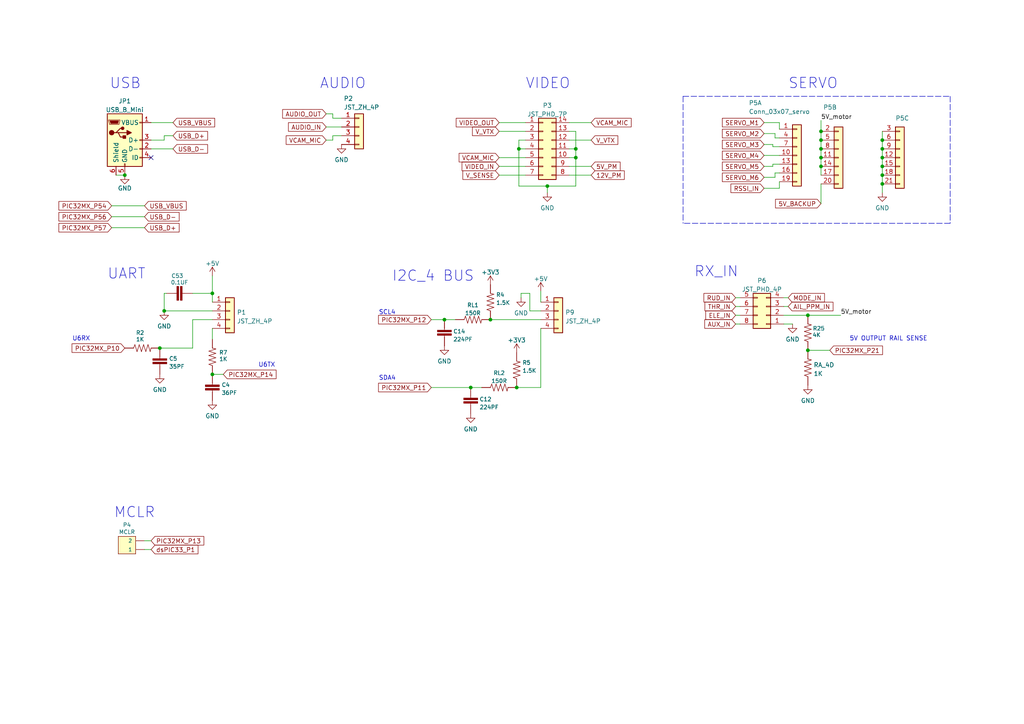
<source format=kicad_sch>
(kicad_sch (version 20230121) (generator eeschema)
  (paper "A4")
  (lib_symbols
    (symbol "Connector:USB_B_Mini" (pin_names (offset 1.016))
      (property "Reference" "J" (at -5.08 11.43 0))
      (property "Value" "USB_B_Mini" (at -5.08 8.89 0))
      (symbol "USB_B_Mini_0_1"
        (rectangle (start -5.08 -7.62) (end 5.08 7.62) (stroke (width 0.254)) (fill (type background)))
        (circle (center -3.81 2.159) (radius 0.635) (stroke (width 0.254)) (fill (type outline)))
        (circle (center -0.635 3.429) (radius 0.381) (stroke (width 0.254)) (fill (type outline)))
        (rectangle (start -0.127 -7.62) (end 0.127 -6.858))
        (polyline (pts (xy -1.905 2.159) (xy 0.635 2.159)) (stroke (width 0.254)))
        (polyline (pts (xy -3.175 2.159) (xy -2.54 2.159) (xy -1.27 3.429) (xy -0.635 3.429)) (stroke (width 0.254)))
        (polyline (pts (xy -2.54 2.159) (xy -1.905 2.159) (xy -1.27 0.889) (xy 0 0.889)) (stroke (width 0.254)))
        (polyline (pts (xy 0.635 2.794) (xy 0.635 1.524) (xy 1.905 2.159) (xy 0.635 2.794)) (stroke (width 0.254)) (fill (type outline)))
        (polyline (pts (xy -4.318 5.588) (xy -1.778 5.588) (xy -2.032 4.826) (xy -4.064 4.826) (xy -4.318 5.588)) (fill (type outline)))
        (polyline (pts (xy -4.699 5.842) (xy -4.699 5.588) (xy -4.445 4.826) (xy -4.445 4.572) (xy -1.651 4.572) (xy -1.651 4.826) (xy -1.397 5.588) (xy -1.397 5.842) (xy -4.699 5.842)))
        (rectangle (start 0.254 1.27) (end -0.508 0.508) (stroke (width 0.254)) (fill (type outline)))
        (rectangle (start 5.08 -5.207) (end 4.318 -4.953))
        (rectangle (start 5.08 -2.667) (end 4.318 -2.413))
        (rectangle (start 5.08 -0.127) (end 4.318 0.127))
        (rectangle (start 5.08 4.953) (end 4.318 5.207))
      )
      (symbol "USB_B_Mini_1_1"
        (pin power_out line (at 7.62 5.08 180) (length 2.54) (name "VBUS") (number "1"))
        (pin bidirectional line (at 7.62 -2.54 180) (length 2.54) (name "D-") (number "2"))
        (pin bidirectional line (at 7.62 0 180) (length 2.54) (name "D+") (number "3"))
        (pin passive line (at 7.62 -5.08 180) (length 2.54) (name "ID") (number "4"))
        (pin power_out line (at 0 -10.16 90) (length 2.54) (name "GND") (number "5"))
        (pin passive line (at -2.54 -10.16 90) (length 2.54) (name "Shield") (number "6"))
      )
    )
    (symbol "Connector_Generic:Conn_01x04" (pin_names (offset 1.016) hide)
      (property "Reference" "J" (at 0 5.08 0))
      (property "Value" "Conn_01x04" (at 0 -7.62 0))
      (symbol "Conn_01x04_1_1"
        (rectangle (start -1.27 -4.953) (end 0 -5.207) (stroke (width 0.1524)))
        (rectangle (start -1.27 -2.413) (end 0 -2.667) (stroke (width 0.1524)))
        (rectangle (start -1.27 0.127) (end 0 -0.127) (stroke (width 0.1524)))
        (rectangle (start -1.27 2.667) (end 0 2.413) (stroke (width 0.1524)))
        (rectangle (start -1.27 3.81) (end 1.27 -6.35) (stroke (width 0.254)) (fill (type background)))
        (pin passive line (at -5.08 2.54 0) (length 3.81) (name "Pin_1") (number "1"))
        (pin passive line (at -5.08 0 0) (length 3.81) (name "Pin_2") (number "2"))
        (pin passive line (at -5.08 -2.54 0) (length 3.81) (name "Pin_3") (number "3"))
        (pin passive line (at -5.08 -5.08 0) (length 3.81) (name "Pin_4") (number "4"))
      )
    )
    (symbol "Connector_Generic:Conn_02x04_Counter_Clockwise" (pin_names (offset 1.016) hide)
      (property "Reference" "J" (at 1.27 5.08 0))
      (property "Value" "Conn_02x04_Counter_Clockwise" (at 1.27 -7.62 0))
      (symbol "Conn_02x04_Counter_Clockwise_1_1"
        (rectangle (start -1.27 -4.953) (end 0 -5.207) (stroke (width 0.1524)))
        (rectangle (start -1.27 -2.413) (end 0 -2.667) (stroke (width 0.1524)))
        (rectangle (start -1.27 0.127) (end 0 -0.127) (stroke (width 0.1524)))
        (rectangle (start -1.27 2.667) (end 0 2.413) (stroke (width 0.1524)))
        (rectangle (start -1.27 3.81) (end 3.81 -6.35) (stroke (width 0.254)) (fill (type background)))
        (rectangle (start 3.81 -4.953) (end 2.54 -5.207) (stroke (width 0.1524)))
        (rectangle (start 3.81 -2.413) (end 2.54 -2.667) (stroke (width 0.1524)))
        (rectangle (start 3.81 0.127) (end 2.54 -0.127) (stroke (width 0.1524)))
        (rectangle (start 3.81 2.667) (end 2.54 2.413) (stroke (width 0.1524)))
        (pin passive line (at -5.08 2.54 0) (length 3.81) (name "Pin_1") (number "1"))
        (pin passive line (at -5.08 0 0) (length 3.81) (name "Pin_2") (number "2"))
        (pin passive line (at -5.08 -2.54 0) (length 3.81) (name "Pin_3") (number "3"))
        (pin passive line (at -5.08 -5.08 0) (length 3.81) (name "Pin_4") (number "4"))
        (pin passive line (at 7.62 -5.08 180) (length 3.81) (name "Pin_5") (number "5"))
        (pin passive line (at 7.62 -2.54 180) (length 3.81) (name "Pin_6") (number "6"))
        (pin passive line (at 7.62 0 180) (length 3.81) (name "Pin_7") (number "7"))
        (pin passive line (at 7.62 2.54 180) (length 3.81) (name "Pin_8") (number "8"))
      )
    )
    (symbol "Connector_Generic:Conn_02x07_Counter_Clockwise" (pin_names (offset 1.016) hide)
      (property "Reference" "J" (at 1.27 10.16 0))
      (property "Value" "Conn_02x07_Counter_Clockwise" (at 1.27 -10.16 0))
      (symbol "Conn_02x07_Counter_Clockwise_1_1"
        (rectangle (start -1.27 -7.493) (end 0 -7.747) (stroke (width 0.1524)))
        (rectangle (start -1.27 -4.953) (end 0 -5.207) (stroke (width 0.1524)))
        (rectangle (start -1.27 -2.413) (end 0 -2.667) (stroke (width 0.1524)))
        (rectangle (start -1.27 0.127) (end 0 -0.127) (stroke (width 0.1524)))
        (rectangle (start -1.27 2.667) (end 0 2.413) (stroke (width 0.1524)))
        (rectangle (start -1.27 5.207) (end 0 4.953) (stroke (width 0.1524)))
        (rectangle (start -1.27 7.747) (end 0 7.493) (stroke (width 0.1524)))
        (rectangle (start -1.27 8.89) (end 3.81 -8.89) (stroke (width 0.254)) (fill (type background)))
        (rectangle (start 3.81 -7.493) (end 2.54 -7.747) (stroke (width 0.1524)))
        (rectangle (start 3.81 -4.953) (end 2.54 -5.207) (stroke (width 0.1524)))
        (rectangle (start 3.81 -2.413) (end 2.54 -2.667) (stroke (width 0.1524)))
        (rectangle (start 3.81 0.127) (end 2.54 -0.127) (stroke (width 0.1524)))
        (rectangle (start 3.81 2.667) (end 2.54 2.413) (stroke (width 0.1524)))
        (rectangle (start 3.81 5.207) (end 2.54 4.953) (stroke (width 0.1524)))
        (rectangle (start 3.81 7.747) (end 2.54 7.493) (stroke (width 0.1524)))
        (pin passive line (at -5.08 7.62 0) (length 3.81) (name "Pin_1") (number "1"))
        (pin passive line (at 7.62 -2.54 180) (length 3.81) (name "Pin_10") (number "10"))
        (pin passive line (at 7.62 0 180) (length 3.81) (name "Pin_11") (number "11"))
        (pin passive line (at 7.62 2.54 180) (length 3.81) (name "Pin_12") (number "12"))
        (pin passive line (at 7.62 5.08 180) (length 3.81) (name "Pin_13") (number "13"))
        (pin passive line (at 7.62 7.62 180) (length 3.81) (name "Pin_14") (number "14"))
        (pin passive line (at -5.08 5.08 0) (length 3.81) (name "Pin_2") (number "2"))
        (pin passive line (at -5.08 2.54 0) (length 3.81) (name "Pin_3") (number "3"))
        (pin passive line (at -5.08 0 0) (length 3.81) (name "Pin_4") (number "4"))
        (pin passive line (at -5.08 -2.54 0) (length 3.81) (name "Pin_5") (number "5"))
        (pin passive line (at -5.08 -5.08 0) (length 3.81) (name "Pin_6") (number "6"))
        (pin passive line (at -5.08 -7.62 0) (length 3.81) (name "Pin_7") (number "7"))
        (pin passive line (at 7.62 -7.62 180) (length 3.81) (name "Pin_8") (number "8"))
        (pin passive line (at 7.62 -5.08 180) (length 3.81) (name "Pin_9") (number "9"))
      )
    )
    (symbol "Connector_Generic:Conn_03x07_servo" (pin_names (offset 1.016) hide)
      (property "Reference" "J" (at 0 10.16 0))
      (property "Value" "Conn_03x07_servo" (at 0 -10.16 0))
      (symbol "Conn_03x07_servo_1_1"
        (rectangle (start -1.27 -7.493) (end 0 -7.747) (stroke (width 0.1524)))
        (rectangle (start -1.27 -4.953) (end 0 -5.207) (stroke (width 0.1524)))
        (rectangle (start -1.27 -2.413) (end 0 -2.667) (stroke (width 0.1524)))
        (rectangle (start -1.27 0.127) (end 0 -0.127) (stroke (width 0.1524)))
        (rectangle (start -1.27 2.667) (end 0 2.413) (stroke (width 0.1524)))
        (rectangle (start -1.27 5.207) (end 0 4.953) (stroke (width 0.1524)))
        (rectangle (start -1.27 7.747) (end 0 7.493) (stroke (width 0.1524)))
        (rectangle (start -1.27 8.89) (end 1.27 -8.89) (stroke (width 0.254)) (fill (type background)))
        (pin passive line (at -5.08 7.62 0) (length 3.81) (name "Pin_1") (number "1"))
        (pin passive line (at -5.08 0 0) (length 3.81) (name "Pin_4") (number "10"))
        (pin passive line (at -5.08 -2.54 0) (length 3.81) (name "Pin_5") (number "13"))
        (pin passive line (at -5.08 -5.08 0) (length 3.81) (name "Pin_6") (number "16"))
        (pin passive line (at -5.08 -7.62 0) (length 3.81) (name "Pin_7") (number "19"))
        (pin passive line (at -5.08 5.08 0) (length 3.81) (name "Pin_2") (number "4"))
        (pin passive line (at -5.08 2.54 0) (length 3.81) (name "Pin_3") (number "7"))
      )
      (symbol "Conn_03x07_servo_2_1"
        (rectangle (start -1.27 -7.493) (end 0 -7.747) (stroke (width 0.1524)))
        (rectangle (start -1.27 -4.953) (end 0 -5.207) (stroke (width 0.1524)))
        (rectangle (start -1.27 -2.413) (end 0 -2.667) (stroke (width 0.1524)))
        (rectangle (start -1.27 0.127) (end 0 -0.127) (stroke (width 0.1524)))
        (rectangle (start -1.27 2.667) (end 0 2.413) (stroke (width 0.1524)))
        (rectangle (start -1.27 5.207) (end 0 4.953) (stroke (width 0.1524)))
        (rectangle (start -1.27 7.747) (end 0 7.493) (stroke (width 0.1524)))
        (rectangle (start -1.27 8.89) (end 1.27 -8.89) (stroke (width 0.254)) (fill (type background)))
        (pin passive line (at -5.08 0 0) (length 3.81) (name "Pin_4") (number "11"))
        (pin passive line (at -5.08 -2.54 0) (length 3.81) (name "Pin_5") (number "14"))
        (pin passive line (at -5.08 -5.08 0) (length 3.81) (name "Pin_6") (number "17"))
        (pin passive line (at -5.08 7.62 0) (length 3.81) (name "Pin_1") (number "2"))
        (pin passive line (at -5.08 -7.62 0) (length 3.81) (name "Pin_7") (number "20"))
        (pin passive line (at -5.08 5.08 0) (length 3.81) (name "Pin_2") (number "5"))
        (pin passive line (at -5.08 2.54 0) (length 3.81) (name "Pin_3") (number "8"))
      )
      (symbol "Conn_03x07_servo_3_1"
        (rectangle (start -1.27 -7.493) (end 0 -7.747) (stroke (width 0.1524)))
        (rectangle (start -1.27 -4.953) (end 0 -5.207) (stroke (width 0.1524)))
        (rectangle (start -1.27 -2.413) (end 0 -2.667) (stroke (width 0.1524)))
        (rectangle (start -1.27 0.127) (end 0 -0.127) (stroke (width 0.1524)))
        (rectangle (start -1.27 2.667) (end 0 2.413) (stroke (width 0.1524)))
        (rectangle (start -1.27 5.207) (end 0 4.953) (stroke (width 0.1524)))
        (rectangle (start -1.27 7.747) (end 0 7.493) (stroke (width 0.1524)))
        (rectangle (start -1.27 8.89) (end 1.27 -8.89) (stroke (width 0.254)) (fill (type background)))
        (pin passive line (at -5.08 0 0) (length 3.81) (name "Pin_4") (number "12"))
        (pin passive line (at -5.08 -2.54 0) (length 3.81) (name "Pin_5") (number "15"))
        (pin passive line (at -5.08 -5.08 0) (length 3.81) (name "Pin_6") (number "18"))
        (pin passive line (at -5.08 -7.62 0) (length 3.81) (name "Pin_7") (number "21"))
        (pin passive line (at -5.08 7.62 0) (length 3.81) (name "Pin_1") (number "3"))
        (pin passive line (at -5.08 5.08 0) (length 3.81) (name "Pin_2") (number "6"))
        (pin passive line (at -5.08 2.54 0) (length 3.81) (name "Pin_3") (number "9"))
      )
    )
    (symbol "SparkFun-Capacitors:0.1UF-0402-16V-10%" (pin_numbers hide) (pin_names (offset 1.016) hide)
      (property "Reference" "C" (at 1.524 2.921 0))
      (property "Value" "0.1UF-0402-16V-10%" (at 1.524 -2.159 0))
      (property "Field4" "CAP-12416" (at 0 7.62 0))
      (symbol "0.1UF-0402-16V-10%_1_0"
        (polyline (pts (xy 0 0) (xy 0 0.508)))
        (polyline (pts (xy 0 2.54) (xy 0 2.032)))
      )
      (symbol "0.1UF-0402-16V-10%_1_1"
        (rectangle (start -2.032 0.508) (end 2.032 1.016) (fill (type outline)))
        (rectangle (start -2.032 1.524) (end 2.032 2.032) (fill (type outline)))
        (pin passive line (at 0 5.08 270) (length 2.54) (name "1") (number "1"))
        (pin passive line (at 0 -2.54 90) (length 2.54) (name "2") (number "2"))
      )
    )
    (symbol "SparkFun-Connectors:CONN_02" (pin_numbers hide) (pin_names (offset 1.016))
      (property "Reference" "J" (at -5.08 5.08 0))
      (property "Value" "CONN_02" (at -5.08 -3.81 0))
      (property "Field4" "XXX-00000" (at 0 7.62 0))
      (symbol "CONN_02_1_0"
        (rectangle (start 0 -1.27) (end -5.08 3.81) (fill (type background)))
      )
      (symbol "CONN_02_1_1"
        (pin passive line (at 2.54 0 180) (length 2.54) (name "1") (number "1"))
        (pin passive line (at 2.54 2.54 180) (length 2.54) (name "2") (number "2"))
      )
    )
    (symbol "SparkFun-Resistors:RESISTOR0402" (pin_numbers hide) (pin_names (offset 1.016) hide)
      (property "Reference" "R" (at -5.08 1.27 0))
      (property "Value" "RESISTOR0402" (at -5.08 -3.81 0))
      (property "Field4" " " (at 0 5.08 0))
      (symbol "RESISTOR0402_1_0"
        (polyline (pts (xy -2.54 0) (xy -2.159 1.016)))
        (polyline (pts (xy -2.159 1.016) (xy -1.524 -1.016)))
        (polyline (pts (xy -1.524 -1.016) (xy -0.889 1.016)))
        (polyline (pts (xy -0.889 1.016) (xy -0.254 -1.016)))
        (polyline (pts (xy -0.254 -1.016) (xy 0.381 1.016)))
        (polyline (pts (xy 0.381 1.016) (xy 1.016 -1.016)))
        (polyline (pts (xy 1.016 -1.016) (xy 1.651 1.016)))
        (polyline (pts (xy 1.651 1.016) (xy 2.286 -1.016)))
        (polyline (pts (xy 2.286 -1.016) (xy 2.54 0)))
      )
      (symbol "RESISTOR0402_1_1"
        (pin passive line (at -5.08 0 0) (length 2.54) (name "1") (number "1"))
        (pin passive line (at 5.08 0 180) (length 2.54) (name "2") (number "2"))
      )
    )
    (symbol "SparkFun-Resistors:RESISTOR_ARRAY_0402_x_4_"
      (property "Reference" "RA_" (at 0 1.905 0))
      (property "Value" "RESISTOR_ARRAY_0402_x_4_" (at 0 -10.16 0))
      (symbol "RESISTOR_ARRAY_0402_x_4__1_0"
        (polyline (pts (xy -0.635 0) (xy -0.254 1.016)))
        (polyline (pts (xy -0.254 1.016) (xy 0.381 -1.016)))
        (polyline (pts (xy 0.381 -1.016) (xy 1.016 1.016)))
        (polyline (pts (xy 1.016 1.016) (xy 1.651 -1.016)))
        (polyline (pts (xy 1.651 -1.016) (xy 2.286 1.016)))
        (polyline (pts (xy 2.286 1.016) (xy 2.921 -1.016)))
        (polyline (pts (xy 2.921 -1.016) (xy 3.556 1.016)))
        (polyline (pts (xy 3.556 1.016) (xy 4.191 -1.016)))
        (polyline (pts (xy 4.191 -1.016) (xy 4.445 0)))
      )
      (symbol "RESISTOR_ARRAY_0402_x_4__1_1"
        (pin passive line (at -3.175 0 0) (length 2.54) (name "1") (number "1"))
        (pin passive line (at 6.985 0 180) (length 2.54) (name "2") (number "8"))
      )
      (symbol "RESISTOR_ARRAY_0402_x_4__2_0"
        (polyline (pts (xy -0.635 0) (xy -0.254 1.016)))
        (polyline (pts (xy -0.254 1.016) (xy 0.381 -1.016)))
        (polyline (pts (xy 0.381 -1.016) (xy 1.016 1.016)))
        (polyline (pts (xy 1.016 1.016) (xy 1.651 -1.016)))
        (polyline (pts (xy 1.651 -1.016) (xy 2.286 1.016)))
        (polyline (pts (xy 2.286 1.016) (xy 2.921 -1.016)))
        (polyline (pts (xy 2.921 -1.016) (xy 3.556 1.016)))
        (polyline (pts (xy 3.556 1.016) (xy 4.191 -1.016)))
        (polyline (pts (xy 4.191 -1.016) (xy 4.445 0)))
      )
      (symbol "RESISTOR_ARRAY_0402_x_4__2_1"
        (pin passive line (at -3.175 0 0) (length 2.54) (name "1") (number "2"))
        (pin passive line (at 6.985 0 180) (length 2.54) (name "2") (number "7"))
      )
      (symbol "RESISTOR_ARRAY_0402_x_4__3_0"
        (polyline (pts (xy -0.635 0) (xy -0.254 1.016)))
        (polyline (pts (xy -0.254 1.016) (xy 0.381 -1.016)))
        (polyline (pts (xy 0.381 -1.016) (xy 1.016 1.016)))
        (polyline (pts (xy 1.016 1.016) (xy 1.651 -1.016)))
        (polyline (pts (xy 1.651 -1.016) (xy 2.286 1.016)))
        (polyline (pts (xy 2.286 1.016) (xy 2.921 -1.016)))
        (polyline (pts (xy 2.921 -1.016) (xy 3.556 1.016)))
        (polyline (pts (xy 3.556 1.016) (xy 4.191 -1.016)))
        (polyline (pts (xy 4.191 -1.016) (xy 4.445 0)))
      )
      (symbol "RESISTOR_ARRAY_0402_x_4__3_1"
        (pin passive line (at -3.175 0 0) (length 2.54) (name "1") (number "3"))
        (pin passive line (at 6.985 0 180) (length 2.54) (name "2") (number "6"))
      )
      (symbol "RESISTOR_ARRAY_0402_x_4__4_0"
        (polyline (pts (xy -0.635 0) (xy -0.254 1.016)))
        (polyline (pts (xy -0.254 1.016) (xy 0.381 -1.016)))
        (polyline (pts (xy 0.381 -1.016) (xy 1.016 1.016)))
        (polyline (pts (xy 1.016 1.016) (xy 1.651 -1.016)))
        (polyline (pts (xy 1.651 -1.016) (xy 2.286 1.016)))
        (polyline (pts (xy 2.286 1.016) (xy 2.921 -1.016)))
        (polyline (pts (xy 2.921 -1.016) (xy 3.556 1.016)))
        (polyline (pts (xy 3.556 1.016) (xy 4.191 -1.016)))
        (polyline (pts (xy 4.191 -1.016) (xy 4.445 0)))
      )
      (symbol "RESISTOR_ARRAY_0402_x_4__4_1"
        (pin passive line (at -3.175 0 0) (length 2.54) (name "1") (number "4"))
        (pin passive line (at 6.985 0 180) (length 2.54) (name "2") (number "5"))
      )
    )
    (symbol "power:+3V3" (power) (pin_names (offset 0))
      (property "Value" "+3V3" (at 0 3.556 0))
      (symbol "+3V3_0_1"
        (polyline (pts (xy -0.762 1.27) (xy 0 2.54)))
        (polyline (pts (xy 0 0) (xy 0 2.54)))
        (polyline (pts (xy 0 2.54) (xy 0.762 1.27)))
      )
      (symbol "+3V3_1_1"
        (pin power_in line (at 0 0 90) (length 0) hide (name "+3V3") (number "1"))
      )
    )
    (symbol "power:+5V" (power) (pin_names (offset 0))
      (property "Value" "+5V" (at 0 3.556 0))
      (symbol "+5V_0_1"
        (polyline (pts (xy -0.762 1.27) (xy 0 2.54)))
        (polyline (pts (xy 0 0) (xy 0 2.54)))
        (polyline (pts (xy 0 2.54) (xy 0.762 1.27)))
      )
      (symbol "+5V_1_1"
        (pin power_in line (at 0 0 90) (length 0) hide (name "+5V") (number "1"))
      )
    )
    (symbol "power:GND" (power) (pin_names (offset 0))
      (property "Value" "GND" (at 0 -3.81 0))
      (symbol "GND_0_1"
        (polyline (pts (xy 0 0) (xy 0 -1.27) (xy 1.27 -1.27) (xy 0 -2.54) (xy -1.27 -1.27) (xy 0 -1.27)))
      )
      (symbol "GND_1_1"
        (pin power_in line (at 0 0 270) (length 0) hide (name "GND") (number "1"))
      )
    )
  )
  (junction (at 167.005 43.18))
  (junction (at 167.005 45.72))
  (junction (at 47.625 90.17))
  (junction (at 238.125 38.1))
  (junction (at 128.905 92.71))
  (junction (at 61.595 85.09))
  (junction (at 46.355 100.965))
  (junction (at 238.125 45.72))
  (junction (at 136.525 112.395))
  (junction (at 238.125 40.64))
  (junction (at 255.905 43.18))
  (junction (at 142.24 92.71))
  (junction (at 234.315 101.6))
  (junction (at 238.125 48.26))
  (junction (at 158.75 53.975))
  (junction (at 255.905 50.8))
  (junction (at 255.905 45.72))
  (junction (at 255.905 53.34))
  (junction (at 61.595 108.585))
  (junction (at 150.495 43.18))
  (junction (at 255.905 40.64))
  (junction (at 255.905 48.26))
  (junction (at 234.315 91.44))
  (junction (at 36.195 50.8))
  (junction (at 149.86 112.395))
  (junction (at 238.125 43.18))
  (no_connect (at 43.815 45.72))
  (wire (pts (xy 234.315 101.6) (xy 240.665 101.6)))
  (wire (pts (xy 94.615 33.02) (xy 96.52 33.02)))
  (wire (pts (xy 255.905 43.18) (xy 255.905 45.72)))
  (wire (pts (xy 167.005 45.72) (xy 167.005 53.975)))
  (wire (pts (xy 151.13 85.09) (xy 153.67 85.09)))
  (wire (pts (xy 238.125 45.72) (xy 238.125 48.26)))
  (wire (pts (xy 224.79 51.435) (xy 224.79 50.165)))
  (wire (pts (xy 226.06 54.61) (xy 226.06 52.705)))
  (wire (pts (xy 144.78 38.1) (xy 152.4 38.1)))
  (wire (pts (xy 167.005 38.1) (xy 167.005 43.18)))
  (wire (pts (xy 255.905 38.1) (xy 255.905 40.64)))
  (wire (pts (xy 158.75 53.975) (xy 158.75 55.88)))
  (wire (pts (xy 221.615 54.61) (xy 226.06 54.61)))
  (wire (pts (xy 165.1 35.56) (xy 171.45 35.56)))
  (wire (pts (xy 96.52 39.37) (xy 96.52 40.64)))
  (wire (pts (xy 224.155 47.625) (xy 226.06 47.625)))
  (wire (pts (xy 55.88 100.965) (xy 55.88 92.71)))
  (wire (pts (xy 165.1 40.64) (xy 171.45 40.64)))
  (wire (pts (xy 255.905 40.64) (xy 255.905 43.18)))
  (wire (pts (xy 144.78 48.26) (xy 152.4 48.26)))
  (wire (pts (xy 41.91 159.385) (xy 43.815 159.385)))
  (wire (pts (xy 32.385 62.865) (xy 41.91 62.865)))
  (wire (pts (xy 153.67 90.17) (xy 156.845 90.17)))
  (wire (pts (xy 156.845 84.455) (xy 156.845 87.63)))
  (polyline (pts (xy 198.12 27.94) (xy 198.12 64.77)) (stroke (width 0) (type dash)))
  (wire (pts (xy 238.125 43.18) (xy 238.125 45.72)))
  (wire (pts (xy 150.495 40.64) (xy 150.495 43.18)))
  (wire (pts (xy 33.655 50.8) (xy 36.195 50.8)))
  (wire (pts (xy 224.79 40.005) (xy 226.06 40.005)))
  (wire (pts (xy 128.905 92.71) (xy 132.08 92.71)))
  (wire (pts (xy 221.615 41.91) (xy 224.155 41.91)))
  (wire (pts (xy 167.005 43.18) (xy 165.1 43.18)))
  (wire (pts (xy 213.36 93.98) (xy 214.63 93.98)))
  (wire (pts (xy 255.905 45.72) (xy 255.905 48.26)))
  (wire (pts (xy 96.52 34.29) (xy 99.06 34.29)))
  (wire (pts (xy 238.125 38.1) (xy 238.125 40.64)))
  (wire (pts (xy 47.625 39.37) (xy 50.165 39.37)))
  (wire (pts (xy 142.24 92.71) (xy 156.845 92.71)))
  (wire (pts (xy 61.595 80.01) (xy 61.595 85.09)))
  (wire (pts (xy 227.33 91.44) (xy 234.315 91.44)))
  (wire (pts (xy 64.77 108.585) (xy 61.595 108.585)))
  (wire (pts (xy 153.67 85.09) (xy 153.67 90.17)))
  (wire (pts (xy 149.86 112.395) (xy 156.845 112.395)))
  (wire (pts (xy 213.36 88.9) (xy 214.63 88.9)))
  (wire (pts (xy 167.005 45.72) (xy 167.005 43.18)))
  (wire (pts (xy 234.315 91.44) (xy 243.84 91.44)))
  (wire (pts (xy 43.815 43.18) (xy 50.165 43.18)))
  (wire (pts (xy 221.615 35.56) (xy 226.06 35.56)))
  (wire (pts (xy 43.815 40.64) (xy 47.625 40.64)))
  (wire (pts (xy 144.78 50.8) (xy 152.4 50.8)))
  (wire (pts (xy 144.78 45.72) (xy 152.4 45.72)))
  (wire (pts (xy 151.13 86.36) (xy 151.13 85.09)))
  (wire (pts (xy 255.905 48.26) (xy 255.905 50.8)))
  (wire (pts (xy 47.625 90.17) (xy 61.595 90.17)))
  (wire (pts (xy 41.91 156.845) (xy 43.815 156.845)))
  (wire (pts (xy 150.495 43.18) (xy 152.4 43.18)))
  (wire (pts (xy 255.905 53.34) (xy 255.905 55.88)))
  (wire (pts (xy 224.155 42.545) (xy 226.06 42.545)))
  (wire (pts (xy 224.155 41.91) (xy 224.155 42.545)))
  (wire (pts (xy 61.595 85.09) (xy 61.595 87.63)))
  (wire (pts (xy 165.1 48.26) (xy 171.45 48.26)))
  (polyline (pts (xy 275.59 64.77) (xy 198.12 64.77)) (stroke (width 0) (type dash)))
  (wire (pts (xy 165.1 45.72) (xy 167.005 45.72)))
  (wire (pts (xy 255.905 50.8) (xy 255.905 53.34)))
  (wire (pts (xy 213.36 86.36) (xy 214.63 86.36)))
  (wire (pts (xy 221.615 45.085) (xy 226.06 45.085)))
  (wire (pts (xy 125.095 92.71) (xy 128.905 92.71)))
  (wire (pts (xy 94.615 36.83) (xy 99.06 36.83)))
  (wire (pts (xy 47.625 85.09) (xy 47.625 90.17)))
  (wire (pts (xy 96.52 33.02) (xy 96.52 34.29)))
  (wire (pts (xy 238.125 53.34) (xy 238.125 59.055)))
  (wire (pts (xy 136.525 112.395) (xy 139.7 112.395)))
  (polyline (pts (xy 275.59 27.94) (xy 275.59 64.77)) (stroke (width 0) (type dash)))
  (wire (pts (xy 227.33 88.9) (xy 228.6 88.9)))
  (wire (pts (xy 47.625 40.64) (xy 47.625 39.37)))
  (wire (pts (xy 158.75 53.975) (xy 150.495 53.975)))
  (wire (pts (xy 32.385 66.04) (xy 41.91 66.04)))
  (wire (pts (xy 238.125 48.26) (xy 238.125 50.8)))
  (wire (pts (xy 226.06 35.56) (xy 226.06 37.465)))
  (wire (pts (xy 238.125 40.64) (xy 238.125 43.18)))
  (polyline (pts (xy 198.12 27.94) (xy 275.59 27.94)) (stroke (width 0) (type dash)))
  (wire (pts (xy 61.595 95.25) (xy 61.595 98.425)))
  (wire (pts (xy 96.52 40.64) (xy 94.615 40.64)))
  (wire (pts (xy 43.815 35.56) (xy 50.165 35.56)))
  (wire (pts (xy 47.625 85.09) (xy 48.26 85.09)))
  (wire (pts (xy 165.1 50.8) (xy 171.45 50.8)))
  (wire (pts (xy 221.615 48.26) (xy 224.155 48.26)))
  (wire (pts (xy 156.845 112.395) (xy 156.845 95.25)))
  (wire (pts (xy 213.36 91.44) (xy 214.63 91.44)))
  (wire (pts (xy 224.155 48.26) (xy 224.155 47.625)))
  (wire (pts (xy 150.495 43.18) (xy 150.495 53.975)))
  (wire (pts (xy 55.88 85.09) (xy 61.595 85.09)))
  (wire (pts (xy 224.79 50.165) (xy 226.06 50.165)))
  (wire (pts (xy 55.88 92.71) (xy 61.595 92.71)))
  (wire (pts (xy 46.355 100.965) (xy 55.88 100.965)))
  (wire (pts (xy 158.75 53.975) (xy 167.005 53.975)))
  (wire (pts (xy 150.495 40.64) (xy 152.4 40.64)))
  (wire (pts (xy 221.615 51.435) (xy 224.79 51.435)))
  (wire (pts (xy 224.79 38.735) (xy 224.79 40.005)))
  (wire (pts (xy 125.095 112.395) (xy 136.525 112.395)))
  (wire (pts (xy 165.1 38.1) (xy 167.005 38.1)))
  (wire (pts (xy 99.06 39.37) (xy 96.52 39.37)))
  (wire (pts (xy 32.385 59.69) (xy 41.91 59.69)))
  (wire (pts (xy 227.33 93.98) (xy 229.87 93.98)))
  (wire (pts (xy 144.78 35.56) (xy 152.4 35.56)))
  (wire (pts (xy 221.615 38.735) (xy 224.79 38.735)))
  (wire (pts (xy 238.125 34.925) (xy 238.125 38.1)))
  (wire (pts (xy 227.33 86.36) (xy 228.6 86.36)))
  (text "SCL4" (at 109.855 91.44 0) (effects (font (size 1.27 1.27)) (justify left bottom)))
  (text "SERVO" (at 228.6 26.035 0) (effects (font (size 3 3)) (justify left bottom)))
  (text "USB" (at 31.75 26.035 0) (effects (font (size 3 3)) (justify left bottom)))
  (text "5V OUTPUT RAIL SENSE" (at 246.38 99.06 0) (effects (font (size 1.27 1.27)) (justify left bottom)))
  (text "MCLR" (at 33.02 150.495 0) (effects (font (size 3 3)) (justify left bottom)))
  (text "RX_IN" (at 201.295 80.645 0) (effects (font (size 3 3)) (justify left bottom)))
  (text "AUDIO" (at 92.71 26.035 0) (effects (font (size 3 3)) (justify left bottom)))
  (text "UART" (at 31.115 81.28 0) (effects (font (size 3 3)) (justify left bottom)))
  (text "SDA4" (at 109.855 110.49 0) (effects (font (size 1.27 1.27)) (justify left bottom)))
  (text "I2C_4 BUS" (at 113.665 81.915 0) (effects (font (size 3 3)) (justify left bottom)))
  (text "VIDEO" (at 152.4 26.035 0) (effects (font (size 3 3)) (justify left bottom)))
  (text "U6RX" (at 20.955 99.06 0) (effects (font (size 1.27 1.27)) (justify left bottom)))
  (text "U6TX" (at 74.93 106.68 0) (effects (font (size 1.27 1.27)) (justify left bottom)))
  (label "5V_motor" (at 238.125 34.925 0))
  (label "5V_motor" (at 243.84 91.44 0))
  (global_label "MODE_IN" (shape input) (at 228.6 86.36 0) (property "Intersheetrefs" "${INTERSHEET_REFS}" (effects hide)))
  (global_label "PIC32MX_P56" (shape input) (at 32.385 62.865 180) (property "Intersheetrefs" "${INTERSHEET_REFS}" (effects hide)))
  (global_label "USB_D-" (shape input) (at 50.165 43.18 0) (property "Intersheetrefs" "${INTERSHEET_REFS}" (effects hide)))
  (global_label "PIC32MX_P11" (shape input) (at 125.095 112.395 180) (property "Intersheetrefs" "${INTERSHEET_REFS}" (effects hide)))
  (global_label "PIC32MX_P14" (shape input) (at 64.77 108.585 0) (property "Intersheetrefs" "${INTERSHEET_REFS}" (effects hide)))
  (global_label "AUX_IN" (shape input) (at 213.36 93.98 180) (property "Intersheetrefs" "${INTERSHEET_REFS}" (effects hide)))
  (global_label "SERVO_M5" (shape input) (at 221.615 48.26 180) (property "Intersheetrefs" "${INTERSHEET_REFS}" (effects hide)))
  (global_label "12V_PM" (shape input) (at 171.45 50.8 0) (property "Intersheetrefs" "${INTERSHEET_REFS}" (effects hide)))
  (global_label "RSSI_IN" (shape input) (at 221.615 54.61 180) (property "Intersheetrefs" "${INTERSHEET_REFS}" (effects hide)))
  (global_label "AUDIO_IN" (shape input) (at 94.615 36.83 180) (property "Intersheetrefs" "${INTERSHEET_REFS}" (effects hide)))
  (global_label "dsPIC33_P1" (shape input) (at 43.815 159.385 0) (property "Intersheetrefs" "${INTERSHEET_REFS}" (effects hide)))
  (global_label "SERVO_M4" (shape input) (at 221.615 45.085 180) (property "Intersheetrefs" "${INTERSHEET_REFS}" (effects hide)))
  (global_label "PIC32MX_P54" (shape input) (at 32.385 59.69 180) (property "Intersheetrefs" "${INTERSHEET_REFS}" (effects hide)))
  (global_label "USB_D+" (shape input) (at 41.91 66.04 0) (property "Intersheetrefs" "${INTERSHEET_REFS}" (effects hide)))
  (global_label "USB_VBUS" (shape input) (at 50.165 35.56 0) (property "Intersheetrefs" "${INTERSHEET_REFS}" (effects hide)))
  (global_label "VCAM_MIC" (shape input) (at 171.45 35.56 0) (property "Intersheetrefs" "${INTERSHEET_REFS}" (effects hide)))
  (global_label "USB_D-" (shape input) (at 41.91 62.865 0) (property "Intersheetrefs" "${INTERSHEET_REFS}" (effects hide)))
  (global_label "V_SENSE" (shape input) (at 144.78 50.8 180) (property "Intersheetrefs" "${INTERSHEET_REFS}" (effects hide)))
  (global_label "USB_VBUS" (shape input) (at 41.91 59.69 0) (property "Intersheetrefs" "${INTERSHEET_REFS}" (effects hide)))
  (global_label "PIC32MX_P10" (shape input) (at 36.195 100.965 180) (property "Intersheetrefs" "${INTERSHEET_REFS}" (effects hide)))
  (global_label "5V_PM" (shape input) (at 171.45 48.26 0) (property "Intersheetrefs" "${INTERSHEET_REFS}" (effects hide)))
  (global_label "PIC32MX_P13" (shape input) (at 43.815 156.845 0) (property "Intersheetrefs" "${INTERSHEET_REFS}" (effects hide)))
  (global_label "VCAM_MIC" (shape input) (at 94.615 40.64 180) (property "Intersheetrefs" "${INTERSHEET_REFS}" (effects hide)))
  (global_label "5V_BACKUP" (shape input) (at 238.125 59.055 180) (property "Intersheetrefs" "${INTERSHEET_REFS}" (effects hide)))
  (global_label "SERVO_M3" (shape input) (at 221.615 41.91 180) (property "Intersheetrefs" "${INTERSHEET_REFS}" (effects hide)))
  (global_label "PIC32MX_P57" (shape input) (at 32.385 66.04 180) (property "Intersheetrefs" "${INTERSHEET_REFS}" (effects hide)))
  (global_label "AUDIO_OUT" (shape input) (at 94.615 33.02 180) (property "Intersheetrefs" "${INTERSHEET_REFS}" (effects hide)))
  (global_label "AIL_PPM_IN" (shape input) (at 228.6 88.9 0) (property "Intersheetrefs" "${INTERSHEET_REFS}" (effects hide)))
  (global_label "VCAM_MIC" (shape input) (at 144.78 45.72 180) (property "Intersheetrefs" "${INTERSHEET_REFS}" (effects hide)))
  (global_label "THR_IN" (shape input) (at 213.36 88.9 180) (property "Intersheetrefs" "${INTERSHEET_REFS}" (effects hide)))
  (global_label "SERVO_M2" (shape input) (at 221.615 38.735 180) (property "Intersheetrefs" "${INTERSHEET_REFS}" (effects hide)))
  (global_label "V_VTX" (shape input) (at 144.78 38.1 180) (property "Intersheetrefs" "${INTERSHEET_REFS}" (effects hide)))
  (global_label "ELE_IN" (shape input) (at 213.36 91.44 180) (property "Intersheetrefs" "${INTERSHEET_REFS}" (effects hide)))
  (global_label "PIC32MX_P12" (shape input) (at 125.095 92.71 180) (property "Intersheetrefs" "${INTERSHEET_REFS}" (effects hide)))
  (global_label "V_VTX" (shape input) (at 171.45 40.64 0) (property "Intersheetrefs" "${INTERSHEET_REFS}" (effects hide)))
  (global_label "VIDEO_OUT" (shape input) (at 144.78 35.56 180) (property "Intersheetrefs" "${INTERSHEET_REFS}" (effects hide)))
  (global_label "USB_D+" (shape input) (at 50.165 39.37 0) (property "Intersheetrefs" "${INTERSHEET_REFS}" (effects hide)))
  (global_label "SERVO_M6" (shape input) (at 221.615 51.435 180) (property "Intersheetrefs" "${INTERSHEET_REFS}" (effects hide)))
  (global_label "RUD_IN" (shape input) (at 213.36 86.36 180) (property "Intersheetrefs" "${INTERSHEET_REFS}" (effects hide)))
  (global_label "SERVO_M1" (shape input) (at 221.615 35.56 180) (property "Intersheetrefs" "${INTERSHEET_REFS}" (effects hide)))
  (global_label "PIC32MX_P21" (shape input) (at 240.665 101.6 0) (property "Intersheetrefs" "${INTERSHEET_REFS}" (effects hide)))
  (global_label "VIDEO_IN" (shape input) (at 144.78 48.26 180) (property "Intersheetrefs" "${INTERSHEET_REFS}" (effects hide)))
  (symbol (lib_id "Connector:USB_B_Mini") (at 36.195 40.64 0) (unit 1)
    (property "Reference" "JP1" (at 36.195 29.3202 0))
    (property "Value" "USB_B_Mini" (at 36.195 31.8571 0))
    (property "Footprint" "Connector_USB:USB_Mini-B_Lumberg_2486_01_Horizontal" (effects hide))
  )
  (symbol (lib_id "power:+5V") (at 61.595 80.01 0) (unit 1)
    (property "Reference" "#PWR0165" (effects hide))
    (property "Value" "+5V" (at 61.595 76.4342 0))
  )
  (symbol (lib_id "Connector_Generic:Conn_01x04") (at 161.925 90.17 0) (unit 1)
    (property "Reference" "P9" (at 163.957 90.6053 0) (effects (justify left)))
    (property "Value" "JST_ZH_4P" (at 163.957 93.1422 0) (effects (justify left)))
    (property "Footprint" "Connector_JST:JST_ZH_S4B-ZH-A_1x04_P1.50mm_Horizontal" (effects hide))
  )
  (symbol (lib_id "power:GND") (at 99.06 41.91 0) (unit 1)
    (property "Reference" "#PWR0157" (effects hide))
    (property "Value" "GND" (at 99.06 46.3534 0))
  )
  (symbol (lib_id "SparkFun-Resistors:RESISTOR0402") (at 137.16 92.71 0) (unit 1)
    (property "Reference" "RL1" (at 137.16 88.4964 0) (effects (font (size 1.143 1.143))))
    (property "Value" "150R" (at 137.16 90.805 0) (effects (font (size 1.143 1.143))))
    (property "Footprint" "Resistor_SMD:R_0402_1005Metric" (effects hide))
  )
  (symbol (lib_id "SparkFun-Resistors:RESISTOR0402") (at 234.315 96.52 90) (unit 1)
    (property "Reference" "R25" (at 237.49 95.25 90) (effects (font (size 1.143 1.143))))
    (property "Value" "4K" (at 236.855 97.155 90) (effects (font (size 1.143 1.143))))
    (property "Footprint" "Resistor_SMD:R_0402_1005Metric" (effects hide))
    (property "Field4" " " (at 232.2083 96.52 0) (effects (font (size 1.524 1.524))))
  )
  (symbol (lib_id "Connector_Generic:Conn_03x07_servo") (at 231.14 45.085 0) (unit 1)
    (property "Reference" "P5" (at 217.17 29.845 0) (effects (justify left)))
    (property "Value" "Conn_03x07_servo" (at 217.17 32.3819 0) (effects (justify left)))
    (property "Footprint" "Connector_PinHeader_2.54mm:PinHeader_3x07_P2.54mm_Horizontal" (effects hide))
  )
  (symbol (lib_id "power:GND") (at 234.315 111.76 0) (unit 1)
    (property "Reference" "#PWR0161" (effects hide))
    (property "Value" "GND" (at 234.315 116.2034 0))
  )
  (symbol (lib_id "Connector_Generic:Conn_01x04") (at 104.14 36.83 0) (unit 1)
    (property "Reference" "P2" (at 99.695 28.5781 0) (effects (justify left)))
    (property "Value" "JST_ZH_4P" (at 99.695 31.115 0) (effects (justify left)))
    (property "Footprint" "Connector_JST:JST_ZH_S4B-ZH-A_1x04_P1.50mm_Horizontal" (effects hide))
  )
  (symbol (lib_id "SparkFun-Resistors:RESISTOR0402") (at 41.275 100.965 0) (unit 1)
    (property "Reference" "R2" (at 40.64 96.52 0) (effects (font (size 1.143 1.143))))
    (property "Value" "1K" (at 40.64 98.425 0) (effects (font (size 1.143 1.143))))
    (property "Footprint" "Resistor_SMD:R_0402_1005Metric" (effects hide))
  )
  (symbol (lib_id "Connector_Generic:Conn_03x07_servo") (at 243.205 45.72 0) (unit 2)
    (property "Reference" "P5" (at 238.76 31.115 0) (effects (justify left)))
    (property "Value" "Conn_03x07_servo" (effects hide))
    (property "Footprint" "Connector_PinHeader_2.54mm:PinHeader_3x07_P2.54mm_Horizontal" (effects hide))
  )
  (symbol (lib_id "SparkFun-Resistors:RESISTOR0402") (at 142.24 87.63 90) (unit 1)
    (property "Reference" "R4" (at 143.891 85.4995 90) (effects (font (size 1.143 1.143)) (justify right)))
    (property "Value" "1.5K" (at 143.891 87.8081 90) (effects (font (size 1.143 1.143)) (justify right)))
    (property "Footprint" "Resistor_SMD:R_0402_1005Metric" (effects hide))
    (property "Field4" " " (at 143.891 90.4591 90) (effects (font (size 1.524 1.524)) (justify right)))
  )
  (symbol (lib_id "SparkFun-Resistors:RESISTOR0402") (at 61.595 103.505 90) (unit 1)
    (property "Reference" "R7" (at 64.77 102.235 90) (effects (font (size 1.143 1.143))))
    (property "Value" "1K" (at 64.77 104.14 90) (effects (font (size 1.143 1.143))))
    (property "Footprint" "Resistor_SMD:R_0402_1005Metric" (effects hide))
    (property "Field4" " " (at 64.135 104.3417 90) (effects (font (size 1.524 1.524))))
  )
  (symbol (lib_id "power:GND") (at 151.13 86.36 0) (unit 1)
    (property "Reference" "#PWR0167" (effects hide))
    (property "Value" "GND" (at 151.13 90.8034 0))
  )
  (symbol (lib_id "power:+5V") (at 156.845 84.455 0) (unit 1)
    (property "Reference" "#PWR0160" (effects hide))
    (property "Value" "+5V" (at 156.845 80.8792 0))
  )
  (symbol (lib_id "power:GND") (at 229.87 93.98 0) (unit 1)
    (property "Reference" "#PWR0162" (effects hide))
    (property "Value" "GND" (at 229.87 98.4234 0))
  )
  (symbol (lib_id "power:GND") (at 36.195 50.8 0) (unit 1)
    (property "Reference" "#PWR0156" (effects hide))
    (property "Value" "GND" (at 36.195 54.61 0))
  )
  (symbol (lib_id "power:+3V3") (at 142.24 82.55 0) (unit 1)
    (property "Reference" "#PWR0169" (effects hide))
    (property "Value" "+3V3" (at 142.24 78.9742 0))
  )
  (symbol (lib_id "power:GND") (at 158.75 55.88 0) (unit 1)
    (property "Reference" "#PWR0159" (effects hide))
    (property "Value" "GND" (at 158.75 60.3234 0))
  )
  (symbol (lib_id "Connector_Generic:Conn_02x07_Counter_Clockwise") (at 157.48 43.18 0) (unit 1)
    (property "Reference" "P3" (at 158.75 30.5902 0))
    (property "Value" "JST_PHD_7P" (at 158.75 33.1271 0))
    (property "Footprint" "Connector_JST:JST_PHD_S14B-PHDSS_2x07_P2.00mm_Horizontal" (effects hide))
  )
  (symbol (lib_id "SparkFun-Capacitors:0.1UF-0402-16V-10%") (at 128.905 97.79 0) (unit 1)
    (property "Reference" "C14" (at 131.445 96.1164 0) (effects (font (size 1.143 1.143)) (justify left)))
    (property "Value" "224PF" (at 131.445 98.425 0) (effects (font (size 1.143 1.143)) (justify left)))
    (property "Footprint" "Capacitor_SMD:C_0402_1005Metric" (effects hide))
  )
  (symbol (lib_id "SparkFun-Capacitors:0.1UF-0402-16V-10%") (at 50.8 85.09 270) (unit 1)
    (property "Reference" "C53" (at 51.435 80.01 90) (effects (font (size 1.143 1.143))))
    (property "Value" "0.1UF" (at 52.07 81.915 90) (effects (font (size 1.143 1.143))))
    (property "Footprint" "Capacitor_SMD:C_0402_1005Metric" (effects hide))
  )
  (symbol (lib_id "SparkFun-Capacitors:0.1UF-0402-16V-10%") (at 61.595 113.665 0) (unit 1)
    (property "Reference" "C4" (at 64.262 111.6311 0) (effects (font (size 1.143 1.143)) (justify left)))
    (property "Value" "36PF" (at 64.262 113.9397 0) (effects (font (size 1.143 1.143)) (justify left)))
    (property "Footprint" "Capacitor_SMD:C_0402_1005Metric" (effects hide))
  )
  (symbol (lib_id "Connector_Generic:Conn_03x07_servo") (at 260.985 45.72 0) (unit 3)
    (property "Reference" "P5" (at 259.715 34.29 0) (effects (justify left)))
    (property "Value" "Conn_03x07_servo" (effects hide))
    (property "Footprint" "Connector_PinHeader_2.54mm:PinHeader_3x07_P2.54mm_Horizontal" (effects hide))
  )
  (symbol (lib_id "SparkFun-Capacitors:0.1UF-0402-16V-10%") (at 136.525 117.475 0) (unit 1)
    (property "Reference" "C12" (at 139.065 115.8014 0) (effects (font (size 1.143 1.143)) (justify left)))
    (property "Value" "224PF" (at 139.065 118.11 0) (effects (font (size 1.143 1.143)) (justify left)))
    (property "Footprint" "Capacitor_SMD:C_0402_1005Metric" (effects hide))
  )
  (symbol (lib_id "power:GND") (at 128.905 100.33 0) (unit 1)
    (property "Reference" "#PWR0171" (effects hide))
    (property "Value" "GND" (at 128.905 104.7734 0))
  )
  (symbol (lib_id "SparkFun-Resistors:RESISTOR_ARRAY_0402_x_4_") (at 234.315 108.585 90) (unit 4)
    (property "Reference" "RA_4" (at 235.966 105.8453 90) (effects (justify right)))
    (property "Value" "1K" (at 235.966 108.3822 90) (effects (justify right)))
    (property "Footprint" "Resistor_SMD:R_Array_Convex_4x0402" (effects hide))
  )
  (symbol (lib_id "SparkFun-Resistors:RESISTOR0402") (at 149.86 107.315 90) (unit 1)
    (property "Reference" "R5" (at 151.511 105.1845 90) (effects (font (size 1.143 1.143)) (justify right)))
    (property "Value" "1.5K" (at 151.511 107.4931 90) (effects (font (size 1.143 1.143)) (justify right)))
    (property "Footprint" "Resistor_SMD:R_0402_1005Metric" (effects hide))
    (property "Field4" " " (at 151.511 110.1441 90) (effects (font (size 1.524 1.524)) (justify right)))
  )
  (symbol (lib_id "Connector_Generic:Conn_01x04") (at 66.675 90.17 0) (unit 1)
    (property "Reference" "P1" (at 68.707 90.6053 0) (effects (justify left)))
    (property "Value" "JST_ZH_4P" (at 68.707 93.1422 0) (effects (justify left)))
    (property "Footprint" "Connector_JST:JST_ZH_S4B-ZH-A_1x04_P1.50mm_Horizontal" (effects hide))
  )
  (symbol (lib_id "SparkFun-Capacitors:0.1UF-0402-16V-10%") (at 46.355 106.045 0) (unit 1)
    (property "Reference" "C5" (at 49.022 104.0111 0) (effects (font (size 1.143 1.143)) (justify left)))
    (property "Value" "35PF" (at 49.022 106.3197 0) (effects (font (size 1.143 1.143)) (justify left)))
    (property "Footprint" "Capacitor_SMD:C_0402_1005Metric" (effects hide))
  )
  (symbol (lib_id "power:GND") (at 136.525 120.015 0) (unit 1)
    (property "Reference" "#PWR0170" (effects hide))
    (property "Value" "GND" (at 136.525 124.4584 0))
  )
  (symbol (lib_id "power:GND") (at 255.905 55.88 0) (unit 1)
    (property "Reference" "#PWR0158" (effects hide))
    (property "Value" "GND" (at 255.905 60.3234 0))
  )
  (symbol (lib_id "power:GND") (at 47.625 90.17 0) (unit 1)
    (property "Reference" "#PWR0166" (effects hide))
    (property "Value" "GND" (at 47.625 94.6134 0))
  )
  (symbol (lib_id "SparkFun-Connectors:CONN_02") (at 39.37 159.385 0) (unit 1)
    (property "Reference" "P4" (at 36.83 152.2579 0) (effects (font (size 1.143 1.143))))
    (property "Value" "MCLR" (at 36.83 154.305 0) (effects (font (size 1.143 1.143))))
    (property "Footprint" "Connector_PinHeader_1.00mm:PinHeader_1x02_P1.00mm_Vertical" (effects hide))
  )
  (symbol (lib_id "SparkFun-Resistors:RESISTOR0402") (at 144.78 112.395 0) (unit 1)
    (property "Reference" "RL2" (at 144.78 108.1814 0) (effects (font (size 1.143 1.143))))
    (property "Value" "150R" (at 144.78 110.49 0) (effects (font (size 1.143 1.143))))
    (property "Footprint" "Resistor_SMD:R_0402_1005Metric" (effects hide))
  )
  (symbol (lib_id "power:GND") (at 46.355 108.585 0) (unit 1)
    (property "Reference" "#PWR0163" (effects hide))
    (property "Value" "GND" (at 46.355 113.0284 0))
  )
  (symbol (lib_id "Connector_Generic:Conn_02x04_Counter_Clockwise") (at 222.25 91.44 180) (unit 1)
    (property "Reference" "P6" (at 220.98 81.3902 0))
    (property "Value" "JST_PHD_4P" (at 220.98 83.9271 0))
    (property "Footprint" "Connector_JST:JST_PHD_S8B-PHDSS_2x04_P2.00mm_Horizontal" (effects hide))
  )
  (symbol (lib_id "power:+3V3") (at 149.86 102.235 0) (unit 1)
    (property "Reference" "#PWR0168" (effects hide))
    (property "Value" "+3V3" (at 149.86 98.6592 0))
  )
  (symbol (lib_id "power:GND") (at 61.595 116.205 0) (unit 1)
    (property "Reference" "#PWR0164" (effects hide))
    (property "Value" "GND" (at 61.595 120.6484 0))
  )
)
</source>
